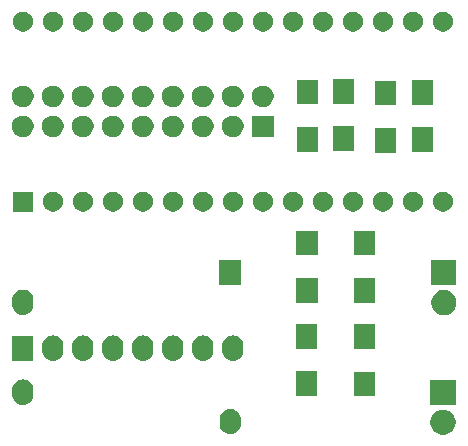
<source format=gbs>
G04 #@! TF.GenerationSoftware,KiCad,Pcbnew,(5.1.5)-3*
G04 #@! TF.CreationDate,2020-04-26T13:49:39+03:00*
G04 #@! TF.ProjectId,livecam,6c697665-6361-46d2-9e6b-696361645f70,rev?*
G04 #@! TF.SameCoordinates,Original*
G04 #@! TF.FileFunction,Soldermask,Bot*
G04 #@! TF.FilePolarity,Negative*
%FSLAX46Y46*%
G04 Gerber Fmt 4.6, Leading zero omitted, Abs format (unit mm)*
G04 Created by KiCad (PCBNEW (5.1.5)-3) date 2020-04-26 13:49:39*
%MOMM*%
%LPD*%
G04 APERTURE LIST*
%ADD10C,0.100000*%
G04 APERTURE END LIST*
D10*
G36*
X169561231Y-77344003D02*
G01*
X169704769Y-77403459D01*
X169755414Y-77424437D01*
X169930173Y-77541207D01*
X170078793Y-77689827D01*
X170163035Y-77815905D01*
X170195564Y-77864588D01*
X170275997Y-78058769D01*
X170317000Y-78264908D01*
X170317000Y-78475092D01*
X170275997Y-78681231D01*
X170216820Y-78824095D01*
X170195563Y-78875414D01*
X170078793Y-79050173D01*
X169930173Y-79198793D01*
X169755414Y-79315563D01*
X169755413Y-79315564D01*
X169755412Y-79315564D01*
X169561231Y-79395997D01*
X169355092Y-79437000D01*
X169144908Y-79437000D01*
X168938769Y-79395997D01*
X168744588Y-79315564D01*
X168744587Y-79315564D01*
X168744586Y-79315563D01*
X168569827Y-79198793D01*
X168421207Y-79050173D01*
X168304437Y-78875414D01*
X168283180Y-78824095D01*
X168224003Y-78681231D01*
X168183000Y-78475092D01*
X168183000Y-78264908D01*
X168224003Y-78058769D01*
X168304436Y-77864588D01*
X168336965Y-77815905D01*
X168421207Y-77689827D01*
X168569827Y-77541207D01*
X168744586Y-77424437D01*
X168795231Y-77403459D01*
X168938769Y-77344003D01*
X169144908Y-77303000D01*
X169355092Y-77303000D01*
X169561231Y-77344003D01*
G37*
G36*
X151429294Y-77266233D02*
G01*
X151601695Y-77318531D01*
X151760583Y-77403458D01*
X151899849Y-77517751D01*
X152014142Y-77657017D01*
X152099069Y-77815906D01*
X152151367Y-77988307D01*
X152164600Y-78122670D01*
X152164600Y-78517331D01*
X152151367Y-78651694D01*
X152099069Y-78824095D01*
X152014142Y-78982983D01*
X151899849Y-79122249D01*
X151760583Y-79236542D01*
X151601694Y-79321469D01*
X151429293Y-79373767D01*
X151250000Y-79391425D01*
X151070706Y-79373767D01*
X150898305Y-79321469D01*
X150739417Y-79236542D01*
X150600151Y-79122249D01*
X150485858Y-78982983D01*
X150400931Y-78824094D01*
X150348633Y-78651693D01*
X150335400Y-78517330D01*
X150335400Y-78122669D01*
X150348633Y-77988306D01*
X150400931Y-77815905D01*
X150485858Y-77657018D01*
X150600152Y-77517751D01*
X150739418Y-77403458D01*
X150898306Y-77318531D01*
X151070707Y-77266233D01*
X151250000Y-77248575D01*
X151429294Y-77266233D01*
G37*
G36*
X170317000Y-76897000D02*
G01*
X168183000Y-76897000D01*
X168183000Y-74763000D01*
X170317000Y-74763000D01*
X170317000Y-76897000D01*
G37*
G36*
X133829294Y-74766233D02*
G01*
X134001695Y-74818531D01*
X134160583Y-74903458D01*
X134299849Y-75017751D01*
X134414142Y-75157017D01*
X134499069Y-75315906D01*
X134551367Y-75488307D01*
X134564600Y-75622670D01*
X134564600Y-76017331D01*
X134551367Y-76151694D01*
X134499069Y-76324095D01*
X134414142Y-76482983D01*
X134299849Y-76622249D01*
X134160583Y-76736542D01*
X134001694Y-76821469D01*
X133829293Y-76873767D01*
X133650000Y-76891425D01*
X133470706Y-76873767D01*
X133298305Y-76821469D01*
X133139417Y-76736542D01*
X133000151Y-76622249D01*
X132885858Y-76482983D01*
X132800931Y-76324094D01*
X132748633Y-76151693D01*
X132735400Y-76017330D01*
X132735400Y-75622669D01*
X132748633Y-75488306D01*
X132800931Y-75315905D01*
X132885858Y-75157018D01*
X133000152Y-75017751D01*
X133139418Y-74903458D01*
X133298306Y-74818531D01*
X133470707Y-74766233D01*
X133650000Y-74748575D01*
X133829294Y-74766233D01*
G37*
G36*
X163511000Y-76191000D02*
G01*
X161709000Y-76191000D01*
X161709000Y-74089000D01*
X163511000Y-74089000D01*
X163511000Y-76191000D01*
G37*
G36*
X158611000Y-76171000D02*
G01*
X156809000Y-76171000D01*
X156809000Y-74069000D01*
X158611000Y-74069000D01*
X158611000Y-76171000D01*
G37*
G36*
X151619293Y-71046233D02*
G01*
X151791694Y-71098531D01*
X151950583Y-71183458D01*
X152089849Y-71297751D01*
X152204142Y-71437017D01*
X152289069Y-71595905D01*
X152341367Y-71768306D01*
X152354600Y-71902669D01*
X152354600Y-72297330D01*
X152341367Y-72431693D01*
X152289069Y-72604094D01*
X152204142Y-72762983D01*
X152089849Y-72902249D01*
X151950583Y-73016542D01*
X151791695Y-73101469D01*
X151619294Y-73153767D01*
X151440000Y-73171425D01*
X151260707Y-73153767D01*
X151088306Y-73101469D01*
X150929418Y-73016542D01*
X150790152Y-72902249D01*
X150675858Y-72762982D01*
X150590931Y-72604095D01*
X150538633Y-72431694D01*
X150525400Y-72297331D01*
X150525400Y-71902670D01*
X150538633Y-71768307D01*
X150590931Y-71595906D01*
X150675858Y-71437017D01*
X150790151Y-71297751D01*
X150929417Y-71183458D01*
X151088305Y-71098531D01*
X151260706Y-71046233D01*
X151440000Y-71028575D01*
X151619293Y-71046233D01*
G37*
G36*
X149079293Y-71046233D02*
G01*
X149251694Y-71098531D01*
X149410583Y-71183458D01*
X149549849Y-71297751D01*
X149664142Y-71437017D01*
X149749069Y-71595905D01*
X149801367Y-71768306D01*
X149814600Y-71902669D01*
X149814600Y-72297330D01*
X149801367Y-72431693D01*
X149749069Y-72604094D01*
X149664142Y-72762983D01*
X149549849Y-72902249D01*
X149410583Y-73016542D01*
X149251695Y-73101469D01*
X149079294Y-73153767D01*
X148900000Y-73171425D01*
X148720707Y-73153767D01*
X148548306Y-73101469D01*
X148389418Y-73016542D01*
X148250152Y-72902249D01*
X148135858Y-72762982D01*
X148050931Y-72604095D01*
X147998633Y-72431694D01*
X147985400Y-72297331D01*
X147985400Y-71902670D01*
X147998633Y-71768307D01*
X148050931Y-71595906D01*
X148135858Y-71437017D01*
X148250151Y-71297751D01*
X148389417Y-71183458D01*
X148548305Y-71098531D01*
X148720706Y-71046233D01*
X148900000Y-71028575D01*
X149079293Y-71046233D01*
G37*
G36*
X146539293Y-71046233D02*
G01*
X146711694Y-71098531D01*
X146870583Y-71183458D01*
X147009849Y-71297751D01*
X147124142Y-71437017D01*
X147209069Y-71595905D01*
X147261367Y-71768306D01*
X147274600Y-71902669D01*
X147274600Y-72297330D01*
X147261367Y-72431693D01*
X147209069Y-72604094D01*
X147124142Y-72762983D01*
X147009849Y-72902249D01*
X146870583Y-73016542D01*
X146711695Y-73101469D01*
X146539294Y-73153767D01*
X146360000Y-73171425D01*
X146180707Y-73153767D01*
X146008306Y-73101469D01*
X145849418Y-73016542D01*
X145710152Y-72902249D01*
X145595858Y-72762982D01*
X145510931Y-72604095D01*
X145458633Y-72431694D01*
X145445400Y-72297331D01*
X145445400Y-71902670D01*
X145458633Y-71768307D01*
X145510931Y-71595906D01*
X145595858Y-71437017D01*
X145710151Y-71297751D01*
X145849417Y-71183458D01*
X146008305Y-71098531D01*
X146180706Y-71046233D01*
X146360000Y-71028575D01*
X146539293Y-71046233D01*
G37*
G36*
X143999293Y-71046233D02*
G01*
X144171694Y-71098531D01*
X144330583Y-71183458D01*
X144469849Y-71297751D01*
X144584142Y-71437017D01*
X144669069Y-71595905D01*
X144721367Y-71768306D01*
X144734600Y-71902669D01*
X144734600Y-72297330D01*
X144721367Y-72431693D01*
X144669069Y-72604094D01*
X144584142Y-72762983D01*
X144469849Y-72902249D01*
X144330583Y-73016542D01*
X144171695Y-73101469D01*
X143999294Y-73153767D01*
X143820000Y-73171425D01*
X143640707Y-73153767D01*
X143468306Y-73101469D01*
X143309418Y-73016542D01*
X143170152Y-72902249D01*
X143055858Y-72762982D01*
X142970931Y-72604095D01*
X142918633Y-72431694D01*
X142905400Y-72297331D01*
X142905400Y-71902670D01*
X142918633Y-71768307D01*
X142970931Y-71595906D01*
X143055858Y-71437017D01*
X143170151Y-71297751D01*
X143309417Y-71183458D01*
X143468305Y-71098531D01*
X143640706Y-71046233D01*
X143820000Y-71028575D01*
X143999293Y-71046233D01*
G37*
G36*
X141459293Y-71046233D02*
G01*
X141631694Y-71098531D01*
X141790583Y-71183458D01*
X141929849Y-71297751D01*
X142044142Y-71437017D01*
X142129069Y-71595905D01*
X142181367Y-71768306D01*
X142194600Y-71902669D01*
X142194600Y-72297330D01*
X142181367Y-72431693D01*
X142129069Y-72604094D01*
X142044142Y-72762983D01*
X141929849Y-72902249D01*
X141790583Y-73016542D01*
X141631695Y-73101469D01*
X141459294Y-73153767D01*
X141280000Y-73171425D01*
X141100707Y-73153767D01*
X140928306Y-73101469D01*
X140769418Y-73016542D01*
X140630152Y-72902249D01*
X140515858Y-72762982D01*
X140430931Y-72604095D01*
X140378633Y-72431694D01*
X140365400Y-72297331D01*
X140365400Y-71902670D01*
X140378633Y-71768307D01*
X140430931Y-71595906D01*
X140515858Y-71437017D01*
X140630151Y-71297751D01*
X140769417Y-71183458D01*
X140928305Y-71098531D01*
X141100706Y-71046233D01*
X141280000Y-71028575D01*
X141459293Y-71046233D01*
G37*
G36*
X138919293Y-71046233D02*
G01*
X139091694Y-71098531D01*
X139250583Y-71183458D01*
X139389849Y-71297751D01*
X139504142Y-71437017D01*
X139589069Y-71595905D01*
X139641367Y-71768306D01*
X139654600Y-71902669D01*
X139654600Y-72297330D01*
X139641367Y-72431693D01*
X139589069Y-72604094D01*
X139504142Y-72762983D01*
X139389849Y-72902249D01*
X139250583Y-73016542D01*
X139091695Y-73101469D01*
X138919294Y-73153767D01*
X138740000Y-73171425D01*
X138560707Y-73153767D01*
X138388306Y-73101469D01*
X138229418Y-73016542D01*
X138090152Y-72902249D01*
X137975858Y-72762982D01*
X137890931Y-72604095D01*
X137838633Y-72431694D01*
X137825400Y-72297331D01*
X137825400Y-71902670D01*
X137838633Y-71768307D01*
X137890931Y-71595906D01*
X137975858Y-71437017D01*
X138090151Y-71297751D01*
X138229417Y-71183458D01*
X138388305Y-71098531D01*
X138560706Y-71046233D01*
X138740000Y-71028575D01*
X138919293Y-71046233D01*
G37*
G36*
X136379293Y-71046233D02*
G01*
X136551694Y-71098531D01*
X136710583Y-71183458D01*
X136849849Y-71297751D01*
X136964142Y-71437017D01*
X137049069Y-71595905D01*
X137101367Y-71768306D01*
X137114600Y-71902669D01*
X137114600Y-72297330D01*
X137101367Y-72431693D01*
X137049069Y-72604094D01*
X136964142Y-72762983D01*
X136849849Y-72902249D01*
X136710583Y-73016542D01*
X136551695Y-73101469D01*
X136379294Y-73153767D01*
X136200000Y-73171425D01*
X136020707Y-73153767D01*
X135848306Y-73101469D01*
X135689418Y-73016542D01*
X135550152Y-72902249D01*
X135435858Y-72762982D01*
X135350931Y-72604095D01*
X135298633Y-72431694D01*
X135285400Y-72297331D01*
X135285400Y-71902670D01*
X135298633Y-71768307D01*
X135350931Y-71595906D01*
X135435858Y-71437017D01*
X135550151Y-71297751D01*
X135689417Y-71183458D01*
X135848305Y-71098531D01*
X136020706Y-71046233D01*
X136200000Y-71028575D01*
X136379293Y-71046233D01*
G37*
G36*
X134574600Y-73167000D02*
G01*
X132745400Y-73167000D01*
X132745400Y-71033000D01*
X134574600Y-71033000D01*
X134574600Y-73167000D01*
G37*
G36*
X163511000Y-72191000D02*
G01*
X161709000Y-72191000D01*
X161709000Y-70089000D01*
X163511000Y-70089000D01*
X163511000Y-72191000D01*
G37*
G36*
X158611000Y-72171000D02*
G01*
X156809000Y-72171000D01*
X156809000Y-70069000D01*
X158611000Y-70069000D01*
X158611000Y-72171000D01*
G37*
G36*
X169621231Y-67214003D02*
G01*
X169815412Y-67294436D01*
X169815414Y-67294437D01*
X169990173Y-67411207D01*
X170138793Y-67559827D01*
X170243081Y-67715906D01*
X170255564Y-67734588D01*
X170335997Y-67928769D01*
X170377000Y-68134908D01*
X170377000Y-68345092D01*
X170335997Y-68551231D01*
X170335805Y-68551694D01*
X170255563Y-68745414D01*
X170138793Y-68920173D01*
X169990173Y-69068793D01*
X169815414Y-69185563D01*
X169815413Y-69185564D01*
X169815412Y-69185564D01*
X169621231Y-69265997D01*
X169415092Y-69307000D01*
X169204908Y-69307000D01*
X168998769Y-69265997D01*
X168804588Y-69185564D01*
X168804587Y-69185564D01*
X168804586Y-69185563D01*
X168629827Y-69068793D01*
X168481207Y-68920173D01*
X168364437Y-68745414D01*
X168284195Y-68551694D01*
X168284003Y-68551231D01*
X168243000Y-68345092D01*
X168243000Y-68134908D01*
X168284003Y-67928769D01*
X168364436Y-67734588D01*
X168376919Y-67715906D01*
X168481207Y-67559827D01*
X168629827Y-67411207D01*
X168804586Y-67294437D01*
X168804588Y-67294436D01*
X168998769Y-67214003D01*
X169204908Y-67173000D01*
X169415092Y-67173000D01*
X169621231Y-67214003D01*
G37*
G36*
X133829294Y-67166233D02*
G01*
X134001695Y-67218531D01*
X134160583Y-67303458D01*
X134299849Y-67417751D01*
X134414142Y-67557017D01*
X134499069Y-67715906D01*
X134551367Y-67888307D01*
X134564600Y-68022670D01*
X134564600Y-68417331D01*
X134551367Y-68551694D01*
X134499069Y-68724095D01*
X134414142Y-68882983D01*
X134299849Y-69022249D01*
X134160583Y-69136542D01*
X134001694Y-69221469D01*
X133829293Y-69273767D01*
X133650000Y-69291425D01*
X133470706Y-69273767D01*
X133298305Y-69221469D01*
X133139417Y-69136542D01*
X133000151Y-69022249D01*
X132885858Y-68882983D01*
X132800931Y-68724094D01*
X132748633Y-68551693D01*
X132735400Y-68417330D01*
X132735400Y-68022669D01*
X132748633Y-67888306D01*
X132800931Y-67715905D01*
X132885858Y-67557018D01*
X133000152Y-67417751D01*
X133139418Y-67303458D01*
X133298306Y-67218531D01*
X133470707Y-67166233D01*
X133650000Y-67148575D01*
X133829294Y-67166233D01*
G37*
G36*
X158631000Y-68251000D02*
G01*
X156829000Y-68251000D01*
X156829000Y-66149000D01*
X158631000Y-66149000D01*
X158631000Y-68251000D01*
G37*
G36*
X163511000Y-68251000D02*
G01*
X161709000Y-68251000D01*
X161709000Y-66149000D01*
X163511000Y-66149000D01*
X163511000Y-68251000D01*
G37*
G36*
X152124600Y-66787000D02*
G01*
X150295400Y-66787000D01*
X150295400Y-64653000D01*
X152124600Y-64653000D01*
X152124600Y-66787000D01*
G37*
G36*
X170377000Y-66767000D02*
G01*
X168243000Y-66767000D01*
X168243000Y-64633000D01*
X170377000Y-64633000D01*
X170377000Y-66767000D01*
G37*
G36*
X158631000Y-64251000D02*
G01*
X156829000Y-64251000D01*
X156829000Y-62149000D01*
X158631000Y-62149000D01*
X158631000Y-64251000D01*
G37*
G36*
X163511000Y-64251000D02*
G01*
X161709000Y-64251000D01*
X161709000Y-62149000D01*
X163511000Y-62149000D01*
X163511000Y-64251000D01*
G37*
G36*
X149168228Y-58871703D02*
G01*
X149323100Y-58935853D01*
X149462481Y-59028985D01*
X149581015Y-59147519D01*
X149674147Y-59286900D01*
X149738297Y-59441772D01*
X149771000Y-59606184D01*
X149771000Y-59773816D01*
X149738297Y-59938228D01*
X149674147Y-60093100D01*
X149581015Y-60232481D01*
X149462481Y-60351015D01*
X149323100Y-60444147D01*
X149168228Y-60508297D01*
X149003816Y-60541000D01*
X148836184Y-60541000D01*
X148671772Y-60508297D01*
X148516900Y-60444147D01*
X148377519Y-60351015D01*
X148258985Y-60232481D01*
X148165853Y-60093100D01*
X148101703Y-59938228D01*
X148069000Y-59773816D01*
X148069000Y-59606184D01*
X148101703Y-59441772D01*
X148165853Y-59286900D01*
X148258985Y-59147519D01*
X148377519Y-59028985D01*
X148516900Y-58935853D01*
X148671772Y-58871703D01*
X148836184Y-58839000D01*
X149003816Y-58839000D01*
X149168228Y-58871703D01*
G37*
G36*
X164408228Y-58871703D02*
G01*
X164563100Y-58935853D01*
X164702481Y-59028985D01*
X164821015Y-59147519D01*
X164914147Y-59286900D01*
X164978297Y-59441772D01*
X165011000Y-59606184D01*
X165011000Y-59773816D01*
X164978297Y-59938228D01*
X164914147Y-60093100D01*
X164821015Y-60232481D01*
X164702481Y-60351015D01*
X164563100Y-60444147D01*
X164408228Y-60508297D01*
X164243816Y-60541000D01*
X164076184Y-60541000D01*
X163911772Y-60508297D01*
X163756900Y-60444147D01*
X163617519Y-60351015D01*
X163498985Y-60232481D01*
X163405853Y-60093100D01*
X163341703Y-59938228D01*
X163309000Y-59773816D01*
X163309000Y-59606184D01*
X163341703Y-59441772D01*
X163405853Y-59286900D01*
X163498985Y-59147519D01*
X163617519Y-59028985D01*
X163756900Y-58935853D01*
X163911772Y-58871703D01*
X164076184Y-58839000D01*
X164243816Y-58839000D01*
X164408228Y-58871703D01*
G37*
G36*
X161868228Y-58871703D02*
G01*
X162023100Y-58935853D01*
X162162481Y-59028985D01*
X162281015Y-59147519D01*
X162374147Y-59286900D01*
X162438297Y-59441772D01*
X162471000Y-59606184D01*
X162471000Y-59773816D01*
X162438297Y-59938228D01*
X162374147Y-60093100D01*
X162281015Y-60232481D01*
X162162481Y-60351015D01*
X162023100Y-60444147D01*
X161868228Y-60508297D01*
X161703816Y-60541000D01*
X161536184Y-60541000D01*
X161371772Y-60508297D01*
X161216900Y-60444147D01*
X161077519Y-60351015D01*
X160958985Y-60232481D01*
X160865853Y-60093100D01*
X160801703Y-59938228D01*
X160769000Y-59773816D01*
X160769000Y-59606184D01*
X160801703Y-59441772D01*
X160865853Y-59286900D01*
X160958985Y-59147519D01*
X161077519Y-59028985D01*
X161216900Y-58935853D01*
X161371772Y-58871703D01*
X161536184Y-58839000D01*
X161703816Y-58839000D01*
X161868228Y-58871703D01*
G37*
G36*
X166948228Y-58871703D02*
G01*
X167103100Y-58935853D01*
X167242481Y-59028985D01*
X167361015Y-59147519D01*
X167454147Y-59286900D01*
X167518297Y-59441772D01*
X167551000Y-59606184D01*
X167551000Y-59773816D01*
X167518297Y-59938228D01*
X167454147Y-60093100D01*
X167361015Y-60232481D01*
X167242481Y-60351015D01*
X167103100Y-60444147D01*
X166948228Y-60508297D01*
X166783816Y-60541000D01*
X166616184Y-60541000D01*
X166451772Y-60508297D01*
X166296900Y-60444147D01*
X166157519Y-60351015D01*
X166038985Y-60232481D01*
X165945853Y-60093100D01*
X165881703Y-59938228D01*
X165849000Y-59773816D01*
X165849000Y-59606184D01*
X165881703Y-59441772D01*
X165945853Y-59286900D01*
X166038985Y-59147519D01*
X166157519Y-59028985D01*
X166296900Y-58935853D01*
X166451772Y-58871703D01*
X166616184Y-58839000D01*
X166783816Y-58839000D01*
X166948228Y-58871703D01*
G37*
G36*
X159328228Y-58871703D02*
G01*
X159483100Y-58935853D01*
X159622481Y-59028985D01*
X159741015Y-59147519D01*
X159834147Y-59286900D01*
X159898297Y-59441772D01*
X159931000Y-59606184D01*
X159931000Y-59773816D01*
X159898297Y-59938228D01*
X159834147Y-60093100D01*
X159741015Y-60232481D01*
X159622481Y-60351015D01*
X159483100Y-60444147D01*
X159328228Y-60508297D01*
X159163816Y-60541000D01*
X158996184Y-60541000D01*
X158831772Y-60508297D01*
X158676900Y-60444147D01*
X158537519Y-60351015D01*
X158418985Y-60232481D01*
X158325853Y-60093100D01*
X158261703Y-59938228D01*
X158229000Y-59773816D01*
X158229000Y-59606184D01*
X158261703Y-59441772D01*
X158325853Y-59286900D01*
X158418985Y-59147519D01*
X158537519Y-59028985D01*
X158676900Y-58935853D01*
X158831772Y-58871703D01*
X158996184Y-58839000D01*
X159163816Y-58839000D01*
X159328228Y-58871703D01*
G37*
G36*
X169488228Y-58871703D02*
G01*
X169643100Y-58935853D01*
X169782481Y-59028985D01*
X169901015Y-59147519D01*
X169994147Y-59286900D01*
X170058297Y-59441772D01*
X170091000Y-59606184D01*
X170091000Y-59773816D01*
X170058297Y-59938228D01*
X169994147Y-60093100D01*
X169901015Y-60232481D01*
X169782481Y-60351015D01*
X169643100Y-60444147D01*
X169488228Y-60508297D01*
X169323816Y-60541000D01*
X169156184Y-60541000D01*
X168991772Y-60508297D01*
X168836900Y-60444147D01*
X168697519Y-60351015D01*
X168578985Y-60232481D01*
X168485853Y-60093100D01*
X168421703Y-59938228D01*
X168389000Y-59773816D01*
X168389000Y-59606184D01*
X168421703Y-59441772D01*
X168485853Y-59286900D01*
X168578985Y-59147519D01*
X168697519Y-59028985D01*
X168836900Y-58935853D01*
X168991772Y-58871703D01*
X169156184Y-58839000D01*
X169323816Y-58839000D01*
X169488228Y-58871703D01*
G37*
G36*
X156788228Y-58871703D02*
G01*
X156943100Y-58935853D01*
X157082481Y-59028985D01*
X157201015Y-59147519D01*
X157294147Y-59286900D01*
X157358297Y-59441772D01*
X157391000Y-59606184D01*
X157391000Y-59773816D01*
X157358297Y-59938228D01*
X157294147Y-60093100D01*
X157201015Y-60232481D01*
X157082481Y-60351015D01*
X156943100Y-60444147D01*
X156788228Y-60508297D01*
X156623816Y-60541000D01*
X156456184Y-60541000D01*
X156291772Y-60508297D01*
X156136900Y-60444147D01*
X155997519Y-60351015D01*
X155878985Y-60232481D01*
X155785853Y-60093100D01*
X155721703Y-59938228D01*
X155689000Y-59773816D01*
X155689000Y-59606184D01*
X155721703Y-59441772D01*
X155785853Y-59286900D01*
X155878985Y-59147519D01*
X155997519Y-59028985D01*
X156136900Y-58935853D01*
X156291772Y-58871703D01*
X156456184Y-58839000D01*
X156623816Y-58839000D01*
X156788228Y-58871703D01*
G37*
G36*
X151708228Y-58871703D02*
G01*
X151863100Y-58935853D01*
X152002481Y-59028985D01*
X152121015Y-59147519D01*
X152214147Y-59286900D01*
X152278297Y-59441772D01*
X152311000Y-59606184D01*
X152311000Y-59773816D01*
X152278297Y-59938228D01*
X152214147Y-60093100D01*
X152121015Y-60232481D01*
X152002481Y-60351015D01*
X151863100Y-60444147D01*
X151708228Y-60508297D01*
X151543816Y-60541000D01*
X151376184Y-60541000D01*
X151211772Y-60508297D01*
X151056900Y-60444147D01*
X150917519Y-60351015D01*
X150798985Y-60232481D01*
X150705853Y-60093100D01*
X150641703Y-59938228D01*
X150609000Y-59773816D01*
X150609000Y-59606184D01*
X150641703Y-59441772D01*
X150705853Y-59286900D01*
X150798985Y-59147519D01*
X150917519Y-59028985D01*
X151056900Y-58935853D01*
X151211772Y-58871703D01*
X151376184Y-58839000D01*
X151543816Y-58839000D01*
X151708228Y-58871703D01*
G37*
G36*
X146628228Y-58871703D02*
G01*
X146783100Y-58935853D01*
X146922481Y-59028985D01*
X147041015Y-59147519D01*
X147134147Y-59286900D01*
X147198297Y-59441772D01*
X147231000Y-59606184D01*
X147231000Y-59773816D01*
X147198297Y-59938228D01*
X147134147Y-60093100D01*
X147041015Y-60232481D01*
X146922481Y-60351015D01*
X146783100Y-60444147D01*
X146628228Y-60508297D01*
X146463816Y-60541000D01*
X146296184Y-60541000D01*
X146131772Y-60508297D01*
X145976900Y-60444147D01*
X145837519Y-60351015D01*
X145718985Y-60232481D01*
X145625853Y-60093100D01*
X145561703Y-59938228D01*
X145529000Y-59773816D01*
X145529000Y-59606184D01*
X145561703Y-59441772D01*
X145625853Y-59286900D01*
X145718985Y-59147519D01*
X145837519Y-59028985D01*
X145976900Y-58935853D01*
X146131772Y-58871703D01*
X146296184Y-58839000D01*
X146463816Y-58839000D01*
X146628228Y-58871703D01*
G37*
G36*
X144088228Y-58871703D02*
G01*
X144243100Y-58935853D01*
X144382481Y-59028985D01*
X144501015Y-59147519D01*
X144594147Y-59286900D01*
X144658297Y-59441772D01*
X144691000Y-59606184D01*
X144691000Y-59773816D01*
X144658297Y-59938228D01*
X144594147Y-60093100D01*
X144501015Y-60232481D01*
X144382481Y-60351015D01*
X144243100Y-60444147D01*
X144088228Y-60508297D01*
X143923816Y-60541000D01*
X143756184Y-60541000D01*
X143591772Y-60508297D01*
X143436900Y-60444147D01*
X143297519Y-60351015D01*
X143178985Y-60232481D01*
X143085853Y-60093100D01*
X143021703Y-59938228D01*
X142989000Y-59773816D01*
X142989000Y-59606184D01*
X143021703Y-59441772D01*
X143085853Y-59286900D01*
X143178985Y-59147519D01*
X143297519Y-59028985D01*
X143436900Y-58935853D01*
X143591772Y-58871703D01*
X143756184Y-58839000D01*
X143923816Y-58839000D01*
X144088228Y-58871703D01*
G37*
G36*
X141548228Y-58871703D02*
G01*
X141703100Y-58935853D01*
X141842481Y-59028985D01*
X141961015Y-59147519D01*
X142054147Y-59286900D01*
X142118297Y-59441772D01*
X142151000Y-59606184D01*
X142151000Y-59773816D01*
X142118297Y-59938228D01*
X142054147Y-60093100D01*
X141961015Y-60232481D01*
X141842481Y-60351015D01*
X141703100Y-60444147D01*
X141548228Y-60508297D01*
X141383816Y-60541000D01*
X141216184Y-60541000D01*
X141051772Y-60508297D01*
X140896900Y-60444147D01*
X140757519Y-60351015D01*
X140638985Y-60232481D01*
X140545853Y-60093100D01*
X140481703Y-59938228D01*
X140449000Y-59773816D01*
X140449000Y-59606184D01*
X140481703Y-59441772D01*
X140545853Y-59286900D01*
X140638985Y-59147519D01*
X140757519Y-59028985D01*
X140896900Y-58935853D01*
X141051772Y-58871703D01*
X141216184Y-58839000D01*
X141383816Y-58839000D01*
X141548228Y-58871703D01*
G37*
G36*
X139008228Y-58871703D02*
G01*
X139163100Y-58935853D01*
X139302481Y-59028985D01*
X139421015Y-59147519D01*
X139514147Y-59286900D01*
X139578297Y-59441772D01*
X139611000Y-59606184D01*
X139611000Y-59773816D01*
X139578297Y-59938228D01*
X139514147Y-60093100D01*
X139421015Y-60232481D01*
X139302481Y-60351015D01*
X139163100Y-60444147D01*
X139008228Y-60508297D01*
X138843816Y-60541000D01*
X138676184Y-60541000D01*
X138511772Y-60508297D01*
X138356900Y-60444147D01*
X138217519Y-60351015D01*
X138098985Y-60232481D01*
X138005853Y-60093100D01*
X137941703Y-59938228D01*
X137909000Y-59773816D01*
X137909000Y-59606184D01*
X137941703Y-59441772D01*
X138005853Y-59286900D01*
X138098985Y-59147519D01*
X138217519Y-59028985D01*
X138356900Y-58935853D01*
X138511772Y-58871703D01*
X138676184Y-58839000D01*
X138843816Y-58839000D01*
X139008228Y-58871703D01*
G37*
G36*
X134531000Y-60541000D02*
G01*
X132829000Y-60541000D01*
X132829000Y-58839000D01*
X134531000Y-58839000D01*
X134531000Y-60541000D01*
G37*
G36*
X136468228Y-58871703D02*
G01*
X136623100Y-58935853D01*
X136762481Y-59028985D01*
X136881015Y-59147519D01*
X136974147Y-59286900D01*
X137038297Y-59441772D01*
X137071000Y-59606184D01*
X137071000Y-59773816D01*
X137038297Y-59938228D01*
X136974147Y-60093100D01*
X136881015Y-60232481D01*
X136762481Y-60351015D01*
X136623100Y-60444147D01*
X136468228Y-60508297D01*
X136303816Y-60541000D01*
X136136184Y-60541000D01*
X135971772Y-60508297D01*
X135816900Y-60444147D01*
X135677519Y-60351015D01*
X135558985Y-60232481D01*
X135465853Y-60093100D01*
X135401703Y-59938228D01*
X135369000Y-59773816D01*
X135369000Y-59606184D01*
X135401703Y-59441772D01*
X135465853Y-59286900D01*
X135558985Y-59147519D01*
X135677519Y-59028985D01*
X135816900Y-58935853D01*
X135971772Y-58871703D01*
X136136184Y-58839000D01*
X136303816Y-58839000D01*
X136468228Y-58871703D01*
G37*
G36*
X154248228Y-58871703D02*
G01*
X154403100Y-58935853D01*
X154542481Y-59028985D01*
X154661015Y-59147519D01*
X154754147Y-59286900D01*
X154818297Y-59441772D01*
X154851000Y-59606184D01*
X154851000Y-59773816D01*
X154818297Y-59938228D01*
X154754147Y-60093100D01*
X154661015Y-60232481D01*
X154542481Y-60351015D01*
X154403100Y-60444147D01*
X154248228Y-60508297D01*
X154083816Y-60541000D01*
X153916184Y-60541000D01*
X153751772Y-60508297D01*
X153596900Y-60444147D01*
X153457519Y-60351015D01*
X153338985Y-60232481D01*
X153245853Y-60093100D01*
X153181703Y-59938228D01*
X153149000Y-59773816D01*
X153149000Y-59606184D01*
X153181703Y-59441772D01*
X153245853Y-59286900D01*
X153338985Y-59147519D01*
X153457519Y-59028985D01*
X153596900Y-58935853D01*
X153751772Y-58871703D01*
X153916184Y-58839000D01*
X154083816Y-58839000D01*
X154248228Y-58871703D01*
G37*
G36*
X165311000Y-55551000D02*
G01*
X163509000Y-55551000D01*
X163509000Y-53449000D01*
X165311000Y-53449000D01*
X165311000Y-55551000D01*
G37*
G36*
X168441000Y-55501000D02*
G01*
X166639000Y-55501000D01*
X166639000Y-53399000D01*
X168441000Y-53399000D01*
X168441000Y-55501000D01*
G37*
G36*
X158671000Y-55471000D02*
G01*
X156869000Y-55471000D01*
X156869000Y-53369000D01*
X158671000Y-53369000D01*
X158671000Y-55471000D01*
G37*
G36*
X161741000Y-55391000D02*
G01*
X159939000Y-55391000D01*
X159939000Y-53289000D01*
X161741000Y-53289000D01*
X161741000Y-55391000D01*
G37*
G36*
X154904600Y-54234600D02*
G01*
X153075400Y-54234600D01*
X153075400Y-52405400D01*
X154904600Y-52405400D01*
X154904600Y-54234600D01*
G37*
G36*
X133936778Y-52440547D02*
G01*
X134103224Y-52509491D01*
X134253022Y-52609583D01*
X134380417Y-52736978D01*
X134480509Y-52886776D01*
X134549453Y-53053222D01*
X134584600Y-53229918D01*
X134584600Y-53410082D01*
X134549453Y-53586778D01*
X134480509Y-53753224D01*
X134380417Y-53903022D01*
X134253022Y-54030417D01*
X134103224Y-54130509D01*
X133936778Y-54199453D01*
X133760082Y-54234600D01*
X133579918Y-54234600D01*
X133403222Y-54199453D01*
X133236776Y-54130509D01*
X133086978Y-54030417D01*
X132959583Y-53903022D01*
X132859491Y-53753224D01*
X132790547Y-53586778D01*
X132755400Y-53410082D01*
X132755400Y-53229918D01*
X132790547Y-53053222D01*
X132859491Y-52886776D01*
X132959583Y-52736978D01*
X133086978Y-52609583D01*
X133236776Y-52509491D01*
X133403222Y-52440547D01*
X133579918Y-52405400D01*
X133760082Y-52405400D01*
X133936778Y-52440547D01*
G37*
G36*
X136476778Y-52440547D02*
G01*
X136643224Y-52509491D01*
X136793022Y-52609583D01*
X136920417Y-52736978D01*
X137020509Y-52886776D01*
X137089453Y-53053222D01*
X137124600Y-53229918D01*
X137124600Y-53410082D01*
X137089453Y-53586778D01*
X137020509Y-53753224D01*
X136920417Y-53903022D01*
X136793022Y-54030417D01*
X136643224Y-54130509D01*
X136476778Y-54199453D01*
X136300082Y-54234600D01*
X136119918Y-54234600D01*
X135943222Y-54199453D01*
X135776776Y-54130509D01*
X135626978Y-54030417D01*
X135499583Y-53903022D01*
X135399491Y-53753224D01*
X135330547Y-53586778D01*
X135295400Y-53410082D01*
X135295400Y-53229918D01*
X135330547Y-53053222D01*
X135399491Y-52886776D01*
X135499583Y-52736978D01*
X135626978Y-52609583D01*
X135776776Y-52509491D01*
X135943222Y-52440547D01*
X136119918Y-52405400D01*
X136300082Y-52405400D01*
X136476778Y-52440547D01*
G37*
G36*
X139016778Y-52440547D02*
G01*
X139183224Y-52509491D01*
X139333022Y-52609583D01*
X139460417Y-52736978D01*
X139560509Y-52886776D01*
X139629453Y-53053222D01*
X139664600Y-53229918D01*
X139664600Y-53410082D01*
X139629453Y-53586778D01*
X139560509Y-53753224D01*
X139460417Y-53903022D01*
X139333022Y-54030417D01*
X139183224Y-54130509D01*
X139016778Y-54199453D01*
X138840082Y-54234600D01*
X138659918Y-54234600D01*
X138483222Y-54199453D01*
X138316776Y-54130509D01*
X138166978Y-54030417D01*
X138039583Y-53903022D01*
X137939491Y-53753224D01*
X137870547Y-53586778D01*
X137835400Y-53410082D01*
X137835400Y-53229918D01*
X137870547Y-53053222D01*
X137939491Y-52886776D01*
X138039583Y-52736978D01*
X138166978Y-52609583D01*
X138316776Y-52509491D01*
X138483222Y-52440547D01*
X138659918Y-52405400D01*
X138840082Y-52405400D01*
X139016778Y-52440547D01*
G37*
G36*
X141556778Y-52440547D02*
G01*
X141723224Y-52509491D01*
X141873022Y-52609583D01*
X142000417Y-52736978D01*
X142100509Y-52886776D01*
X142169453Y-53053222D01*
X142204600Y-53229918D01*
X142204600Y-53410082D01*
X142169453Y-53586778D01*
X142100509Y-53753224D01*
X142000417Y-53903022D01*
X141873022Y-54030417D01*
X141723224Y-54130509D01*
X141556778Y-54199453D01*
X141380082Y-54234600D01*
X141199918Y-54234600D01*
X141023222Y-54199453D01*
X140856776Y-54130509D01*
X140706978Y-54030417D01*
X140579583Y-53903022D01*
X140479491Y-53753224D01*
X140410547Y-53586778D01*
X140375400Y-53410082D01*
X140375400Y-53229918D01*
X140410547Y-53053222D01*
X140479491Y-52886776D01*
X140579583Y-52736978D01*
X140706978Y-52609583D01*
X140856776Y-52509491D01*
X141023222Y-52440547D01*
X141199918Y-52405400D01*
X141380082Y-52405400D01*
X141556778Y-52440547D01*
G37*
G36*
X144096778Y-52440547D02*
G01*
X144263224Y-52509491D01*
X144413022Y-52609583D01*
X144540417Y-52736978D01*
X144640509Y-52886776D01*
X144709453Y-53053222D01*
X144744600Y-53229918D01*
X144744600Y-53410082D01*
X144709453Y-53586778D01*
X144640509Y-53753224D01*
X144540417Y-53903022D01*
X144413022Y-54030417D01*
X144263224Y-54130509D01*
X144096778Y-54199453D01*
X143920082Y-54234600D01*
X143739918Y-54234600D01*
X143563222Y-54199453D01*
X143396776Y-54130509D01*
X143246978Y-54030417D01*
X143119583Y-53903022D01*
X143019491Y-53753224D01*
X142950547Y-53586778D01*
X142915400Y-53410082D01*
X142915400Y-53229918D01*
X142950547Y-53053222D01*
X143019491Y-52886776D01*
X143119583Y-52736978D01*
X143246978Y-52609583D01*
X143396776Y-52509491D01*
X143563222Y-52440547D01*
X143739918Y-52405400D01*
X143920082Y-52405400D01*
X144096778Y-52440547D01*
G37*
G36*
X146636778Y-52440547D02*
G01*
X146803224Y-52509491D01*
X146953022Y-52609583D01*
X147080417Y-52736978D01*
X147180509Y-52886776D01*
X147249453Y-53053222D01*
X147284600Y-53229918D01*
X147284600Y-53410082D01*
X147249453Y-53586778D01*
X147180509Y-53753224D01*
X147080417Y-53903022D01*
X146953022Y-54030417D01*
X146803224Y-54130509D01*
X146636778Y-54199453D01*
X146460082Y-54234600D01*
X146279918Y-54234600D01*
X146103222Y-54199453D01*
X145936776Y-54130509D01*
X145786978Y-54030417D01*
X145659583Y-53903022D01*
X145559491Y-53753224D01*
X145490547Y-53586778D01*
X145455400Y-53410082D01*
X145455400Y-53229918D01*
X145490547Y-53053222D01*
X145559491Y-52886776D01*
X145659583Y-52736978D01*
X145786978Y-52609583D01*
X145936776Y-52509491D01*
X146103222Y-52440547D01*
X146279918Y-52405400D01*
X146460082Y-52405400D01*
X146636778Y-52440547D01*
G37*
G36*
X149176778Y-52440547D02*
G01*
X149343224Y-52509491D01*
X149493022Y-52609583D01*
X149620417Y-52736978D01*
X149720509Y-52886776D01*
X149789453Y-53053222D01*
X149824600Y-53229918D01*
X149824600Y-53410082D01*
X149789453Y-53586778D01*
X149720509Y-53753224D01*
X149620417Y-53903022D01*
X149493022Y-54030417D01*
X149343224Y-54130509D01*
X149176778Y-54199453D01*
X149000082Y-54234600D01*
X148819918Y-54234600D01*
X148643222Y-54199453D01*
X148476776Y-54130509D01*
X148326978Y-54030417D01*
X148199583Y-53903022D01*
X148099491Y-53753224D01*
X148030547Y-53586778D01*
X147995400Y-53410082D01*
X147995400Y-53229918D01*
X148030547Y-53053222D01*
X148099491Y-52886776D01*
X148199583Y-52736978D01*
X148326978Y-52609583D01*
X148476776Y-52509491D01*
X148643222Y-52440547D01*
X148819918Y-52405400D01*
X149000082Y-52405400D01*
X149176778Y-52440547D01*
G37*
G36*
X151716778Y-52440547D02*
G01*
X151883224Y-52509491D01*
X152033022Y-52609583D01*
X152160417Y-52736978D01*
X152260509Y-52886776D01*
X152329453Y-53053222D01*
X152364600Y-53229918D01*
X152364600Y-53410082D01*
X152329453Y-53586778D01*
X152260509Y-53753224D01*
X152160417Y-53903022D01*
X152033022Y-54030417D01*
X151883224Y-54130509D01*
X151716778Y-54199453D01*
X151540082Y-54234600D01*
X151359918Y-54234600D01*
X151183222Y-54199453D01*
X151016776Y-54130509D01*
X150866978Y-54030417D01*
X150739583Y-53903022D01*
X150639491Y-53753224D01*
X150570547Y-53586778D01*
X150535400Y-53410082D01*
X150535400Y-53229918D01*
X150570547Y-53053222D01*
X150639491Y-52886776D01*
X150739583Y-52736978D01*
X150866978Y-52609583D01*
X151016776Y-52509491D01*
X151183222Y-52440547D01*
X151359918Y-52405400D01*
X151540082Y-52405400D01*
X151716778Y-52440547D01*
G37*
G36*
X133936778Y-49900547D02*
G01*
X134103224Y-49969491D01*
X134253022Y-50069583D01*
X134380417Y-50196978D01*
X134480509Y-50346776D01*
X134549453Y-50513222D01*
X134584600Y-50689918D01*
X134584600Y-50870082D01*
X134549453Y-51046778D01*
X134480509Y-51213224D01*
X134380417Y-51363022D01*
X134253022Y-51490417D01*
X134103224Y-51590509D01*
X133936778Y-51659453D01*
X133760082Y-51694600D01*
X133579918Y-51694600D01*
X133403222Y-51659453D01*
X133236776Y-51590509D01*
X133086978Y-51490417D01*
X132959583Y-51363022D01*
X132859491Y-51213224D01*
X132790547Y-51046778D01*
X132755400Y-50870082D01*
X132755400Y-50689918D01*
X132790547Y-50513222D01*
X132859491Y-50346776D01*
X132959583Y-50196978D01*
X133086978Y-50069583D01*
X133236776Y-49969491D01*
X133403222Y-49900547D01*
X133579918Y-49865400D01*
X133760082Y-49865400D01*
X133936778Y-49900547D01*
G37*
G36*
X139016778Y-49900547D02*
G01*
X139183224Y-49969491D01*
X139333022Y-50069583D01*
X139460417Y-50196978D01*
X139560509Y-50346776D01*
X139629453Y-50513222D01*
X139664600Y-50689918D01*
X139664600Y-50870082D01*
X139629453Y-51046778D01*
X139560509Y-51213224D01*
X139460417Y-51363022D01*
X139333022Y-51490417D01*
X139183224Y-51590509D01*
X139016778Y-51659453D01*
X138840082Y-51694600D01*
X138659918Y-51694600D01*
X138483222Y-51659453D01*
X138316776Y-51590509D01*
X138166978Y-51490417D01*
X138039583Y-51363022D01*
X137939491Y-51213224D01*
X137870547Y-51046778D01*
X137835400Y-50870082D01*
X137835400Y-50689918D01*
X137870547Y-50513222D01*
X137939491Y-50346776D01*
X138039583Y-50196978D01*
X138166978Y-50069583D01*
X138316776Y-49969491D01*
X138483222Y-49900547D01*
X138659918Y-49865400D01*
X138840082Y-49865400D01*
X139016778Y-49900547D01*
G37*
G36*
X144096778Y-49900547D02*
G01*
X144263224Y-49969491D01*
X144413022Y-50069583D01*
X144540417Y-50196978D01*
X144640509Y-50346776D01*
X144709453Y-50513222D01*
X144744600Y-50689918D01*
X144744600Y-50870082D01*
X144709453Y-51046778D01*
X144640509Y-51213224D01*
X144540417Y-51363022D01*
X144413022Y-51490417D01*
X144263224Y-51590509D01*
X144096778Y-51659453D01*
X143920082Y-51694600D01*
X143739918Y-51694600D01*
X143563222Y-51659453D01*
X143396776Y-51590509D01*
X143246978Y-51490417D01*
X143119583Y-51363022D01*
X143019491Y-51213224D01*
X142950547Y-51046778D01*
X142915400Y-50870082D01*
X142915400Y-50689918D01*
X142950547Y-50513222D01*
X143019491Y-50346776D01*
X143119583Y-50196978D01*
X143246978Y-50069583D01*
X143396776Y-49969491D01*
X143563222Y-49900547D01*
X143739918Y-49865400D01*
X143920082Y-49865400D01*
X144096778Y-49900547D01*
G37*
G36*
X146636778Y-49900547D02*
G01*
X146803224Y-49969491D01*
X146953022Y-50069583D01*
X147080417Y-50196978D01*
X147180509Y-50346776D01*
X147249453Y-50513222D01*
X147284600Y-50689918D01*
X147284600Y-50870082D01*
X147249453Y-51046778D01*
X147180509Y-51213224D01*
X147080417Y-51363022D01*
X146953022Y-51490417D01*
X146803224Y-51590509D01*
X146636778Y-51659453D01*
X146460082Y-51694600D01*
X146279918Y-51694600D01*
X146103222Y-51659453D01*
X145936776Y-51590509D01*
X145786978Y-51490417D01*
X145659583Y-51363022D01*
X145559491Y-51213224D01*
X145490547Y-51046778D01*
X145455400Y-50870082D01*
X145455400Y-50689918D01*
X145490547Y-50513222D01*
X145559491Y-50346776D01*
X145659583Y-50196978D01*
X145786978Y-50069583D01*
X145936776Y-49969491D01*
X146103222Y-49900547D01*
X146279918Y-49865400D01*
X146460082Y-49865400D01*
X146636778Y-49900547D01*
G37*
G36*
X151716778Y-49900547D02*
G01*
X151883224Y-49969491D01*
X152033022Y-50069583D01*
X152160417Y-50196978D01*
X152260509Y-50346776D01*
X152329453Y-50513222D01*
X152364600Y-50689918D01*
X152364600Y-50870082D01*
X152329453Y-51046778D01*
X152260509Y-51213224D01*
X152160417Y-51363022D01*
X152033022Y-51490417D01*
X151883224Y-51590509D01*
X151716778Y-51659453D01*
X151540082Y-51694600D01*
X151359918Y-51694600D01*
X151183222Y-51659453D01*
X151016776Y-51590509D01*
X150866978Y-51490417D01*
X150739583Y-51363022D01*
X150639491Y-51213224D01*
X150570547Y-51046778D01*
X150535400Y-50870082D01*
X150535400Y-50689918D01*
X150570547Y-50513222D01*
X150639491Y-50346776D01*
X150739583Y-50196978D01*
X150866978Y-50069583D01*
X151016776Y-49969491D01*
X151183222Y-49900547D01*
X151359918Y-49865400D01*
X151540082Y-49865400D01*
X151716778Y-49900547D01*
G37*
G36*
X154256778Y-49900547D02*
G01*
X154423224Y-49969491D01*
X154573022Y-50069583D01*
X154700417Y-50196978D01*
X154800509Y-50346776D01*
X154869453Y-50513222D01*
X154904600Y-50689918D01*
X154904600Y-50870082D01*
X154869453Y-51046778D01*
X154800509Y-51213224D01*
X154700417Y-51363022D01*
X154573022Y-51490417D01*
X154423224Y-51590509D01*
X154256778Y-51659453D01*
X154080082Y-51694600D01*
X153899918Y-51694600D01*
X153723222Y-51659453D01*
X153556776Y-51590509D01*
X153406978Y-51490417D01*
X153279583Y-51363022D01*
X153179491Y-51213224D01*
X153110547Y-51046778D01*
X153075400Y-50870082D01*
X153075400Y-50689918D01*
X153110547Y-50513222D01*
X153179491Y-50346776D01*
X153279583Y-50196978D01*
X153406978Y-50069583D01*
X153556776Y-49969491D01*
X153723222Y-49900547D01*
X153899918Y-49865400D01*
X154080082Y-49865400D01*
X154256778Y-49900547D01*
G37*
G36*
X136476778Y-49900547D02*
G01*
X136643224Y-49969491D01*
X136793022Y-50069583D01*
X136920417Y-50196978D01*
X137020509Y-50346776D01*
X137089453Y-50513222D01*
X137124600Y-50689918D01*
X137124600Y-50870082D01*
X137089453Y-51046778D01*
X137020509Y-51213224D01*
X136920417Y-51363022D01*
X136793022Y-51490417D01*
X136643224Y-51590509D01*
X136476778Y-51659453D01*
X136300082Y-51694600D01*
X136119918Y-51694600D01*
X135943222Y-51659453D01*
X135776776Y-51590509D01*
X135626978Y-51490417D01*
X135499583Y-51363022D01*
X135399491Y-51213224D01*
X135330547Y-51046778D01*
X135295400Y-50870082D01*
X135295400Y-50689918D01*
X135330547Y-50513222D01*
X135399491Y-50346776D01*
X135499583Y-50196978D01*
X135626978Y-50069583D01*
X135776776Y-49969491D01*
X135943222Y-49900547D01*
X136119918Y-49865400D01*
X136300082Y-49865400D01*
X136476778Y-49900547D01*
G37*
G36*
X141556778Y-49900547D02*
G01*
X141723224Y-49969491D01*
X141873022Y-50069583D01*
X142000417Y-50196978D01*
X142100509Y-50346776D01*
X142169453Y-50513222D01*
X142204600Y-50689918D01*
X142204600Y-50870082D01*
X142169453Y-51046778D01*
X142100509Y-51213224D01*
X142000417Y-51363022D01*
X141873022Y-51490417D01*
X141723224Y-51590509D01*
X141556778Y-51659453D01*
X141380082Y-51694600D01*
X141199918Y-51694600D01*
X141023222Y-51659453D01*
X140856776Y-51590509D01*
X140706978Y-51490417D01*
X140579583Y-51363022D01*
X140479491Y-51213224D01*
X140410547Y-51046778D01*
X140375400Y-50870082D01*
X140375400Y-50689918D01*
X140410547Y-50513222D01*
X140479491Y-50346776D01*
X140579583Y-50196978D01*
X140706978Y-50069583D01*
X140856776Y-49969491D01*
X141023222Y-49900547D01*
X141199918Y-49865400D01*
X141380082Y-49865400D01*
X141556778Y-49900547D01*
G37*
G36*
X149176778Y-49900547D02*
G01*
X149343224Y-49969491D01*
X149493022Y-50069583D01*
X149620417Y-50196978D01*
X149720509Y-50346776D01*
X149789453Y-50513222D01*
X149824600Y-50689918D01*
X149824600Y-50870082D01*
X149789453Y-51046778D01*
X149720509Y-51213224D01*
X149620417Y-51363022D01*
X149493022Y-51490417D01*
X149343224Y-51590509D01*
X149176778Y-51659453D01*
X149000082Y-51694600D01*
X148819918Y-51694600D01*
X148643222Y-51659453D01*
X148476776Y-51590509D01*
X148326978Y-51490417D01*
X148199583Y-51363022D01*
X148099491Y-51213224D01*
X148030547Y-51046778D01*
X147995400Y-50870082D01*
X147995400Y-50689918D01*
X148030547Y-50513222D01*
X148099491Y-50346776D01*
X148199583Y-50196978D01*
X148326978Y-50069583D01*
X148476776Y-49969491D01*
X148643222Y-49900547D01*
X148819918Y-49865400D01*
X149000082Y-49865400D01*
X149176778Y-49900547D01*
G37*
G36*
X165311000Y-51551000D02*
G01*
X163509000Y-51551000D01*
X163509000Y-49449000D01*
X165311000Y-49449000D01*
X165311000Y-51551000D01*
G37*
G36*
X168441000Y-51501000D02*
G01*
X166639000Y-51501000D01*
X166639000Y-49399000D01*
X168441000Y-49399000D01*
X168441000Y-51501000D01*
G37*
G36*
X158671000Y-51471000D02*
G01*
X156869000Y-51471000D01*
X156869000Y-49369000D01*
X158671000Y-49369000D01*
X158671000Y-51471000D01*
G37*
G36*
X161741000Y-51391000D02*
G01*
X159939000Y-51391000D01*
X159939000Y-49289000D01*
X161741000Y-49289000D01*
X161741000Y-51391000D01*
G37*
G36*
X166948228Y-43631703D02*
G01*
X167103100Y-43695853D01*
X167242481Y-43788985D01*
X167361015Y-43907519D01*
X167454147Y-44046900D01*
X167518297Y-44201772D01*
X167551000Y-44366184D01*
X167551000Y-44533816D01*
X167518297Y-44698228D01*
X167454147Y-44853100D01*
X167361015Y-44992481D01*
X167242481Y-45111015D01*
X167103100Y-45204147D01*
X166948228Y-45268297D01*
X166783816Y-45301000D01*
X166616184Y-45301000D01*
X166451772Y-45268297D01*
X166296900Y-45204147D01*
X166157519Y-45111015D01*
X166038985Y-44992481D01*
X165945853Y-44853100D01*
X165881703Y-44698228D01*
X165849000Y-44533816D01*
X165849000Y-44366184D01*
X165881703Y-44201772D01*
X165945853Y-44046900D01*
X166038985Y-43907519D01*
X166157519Y-43788985D01*
X166296900Y-43695853D01*
X166451772Y-43631703D01*
X166616184Y-43599000D01*
X166783816Y-43599000D01*
X166948228Y-43631703D01*
G37*
G36*
X164408228Y-43631703D02*
G01*
X164563100Y-43695853D01*
X164702481Y-43788985D01*
X164821015Y-43907519D01*
X164914147Y-44046900D01*
X164978297Y-44201772D01*
X165011000Y-44366184D01*
X165011000Y-44533816D01*
X164978297Y-44698228D01*
X164914147Y-44853100D01*
X164821015Y-44992481D01*
X164702481Y-45111015D01*
X164563100Y-45204147D01*
X164408228Y-45268297D01*
X164243816Y-45301000D01*
X164076184Y-45301000D01*
X163911772Y-45268297D01*
X163756900Y-45204147D01*
X163617519Y-45111015D01*
X163498985Y-44992481D01*
X163405853Y-44853100D01*
X163341703Y-44698228D01*
X163309000Y-44533816D01*
X163309000Y-44366184D01*
X163341703Y-44201772D01*
X163405853Y-44046900D01*
X163498985Y-43907519D01*
X163617519Y-43788985D01*
X163756900Y-43695853D01*
X163911772Y-43631703D01*
X164076184Y-43599000D01*
X164243816Y-43599000D01*
X164408228Y-43631703D01*
G37*
G36*
X161868228Y-43631703D02*
G01*
X162023100Y-43695853D01*
X162162481Y-43788985D01*
X162281015Y-43907519D01*
X162374147Y-44046900D01*
X162438297Y-44201772D01*
X162471000Y-44366184D01*
X162471000Y-44533816D01*
X162438297Y-44698228D01*
X162374147Y-44853100D01*
X162281015Y-44992481D01*
X162162481Y-45111015D01*
X162023100Y-45204147D01*
X161868228Y-45268297D01*
X161703816Y-45301000D01*
X161536184Y-45301000D01*
X161371772Y-45268297D01*
X161216900Y-45204147D01*
X161077519Y-45111015D01*
X160958985Y-44992481D01*
X160865853Y-44853100D01*
X160801703Y-44698228D01*
X160769000Y-44533816D01*
X160769000Y-44366184D01*
X160801703Y-44201772D01*
X160865853Y-44046900D01*
X160958985Y-43907519D01*
X161077519Y-43788985D01*
X161216900Y-43695853D01*
X161371772Y-43631703D01*
X161536184Y-43599000D01*
X161703816Y-43599000D01*
X161868228Y-43631703D01*
G37*
G36*
X159328228Y-43631703D02*
G01*
X159483100Y-43695853D01*
X159622481Y-43788985D01*
X159741015Y-43907519D01*
X159834147Y-44046900D01*
X159898297Y-44201772D01*
X159931000Y-44366184D01*
X159931000Y-44533816D01*
X159898297Y-44698228D01*
X159834147Y-44853100D01*
X159741015Y-44992481D01*
X159622481Y-45111015D01*
X159483100Y-45204147D01*
X159328228Y-45268297D01*
X159163816Y-45301000D01*
X158996184Y-45301000D01*
X158831772Y-45268297D01*
X158676900Y-45204147D01*
X158537519Y-45111015D01*
X158418985Y-44992481D01*
X158325853Y-44853100D01*
X158261703Y-44698228D01*
X158229000Y-44533816D01*
X158229000Y-44366184D01*
X158261703Y-44201772D01*
X158325853Y-44046900D01*
X158418985Y-43907519D01*
X158537519Y-43788985D01*
X158676900Y-43695853D01*
X158831772Y-43631703D01*
X158996184Y-43599000D01*
X159163816Y-43599000D01*
X159328228Y-43631703D01*
G37*
G36*
X169488228Y-43631703D02*
G01*
X169643100Y-43695853D01*
X169782481Y-43788985D01*
X169901015Y-43907519D01*
X169994147Y-44046900D01*
X170058297Y-44201772D01*
X170091000Y-44366184D01*
X170091000Y-44533816D01*
X170058297Y-44698228D01*
X169994147Y-44853100D01*
X169901015Y-44992481D01*
X169782481Y-45111015D01*
X169643100Y-45204147D01*
X169488228Y-45268297D01*
X169323816Y-45301000D01*
X169156184Y-45301000D01*
X168991772Y-45268297D01*
X168836900Y-45204147D01*
X168697519Y-45111015D01*
X168578985Y-44992481D01*
X168485853Y-44853100D01*
X168421703Y-44698228D01*
X168389000Y-44533816D01*
X168389000Y-44366184D01*
X168421703Y-44201772D01*
X168485853Y-44046900D01*
X168578985Y-43907519D01*
X168697519Y-43788985D01*
X168836900Y-43695853D01*
X168991772Y-43631703D01*
X169156184Y-43599000D01*
X169323816Y-43599000D01*
X169488228Y-43631703D01*
G37*
G36*
X146628228Y-43631703D02*
G01*
X146783100Y-43695853D01*
X146922481Y-43788985D01*
X147041015Y-43907519D01*
X147134147Y-44046900D01*
X147198297Y-44201772D01*
X147231000Y-44366184D01*
X147231000Y-44533816D01*
X147198297Y-44698228D01*
X147134147Y-44853100D01*
X147041015Y-44992481D01*
X146922481Y-45111015D01*
X146783100Y-45204147D01*
X146628228Y-45268297D01*
X146463816Y-45301000D01*
X146296184Y-45301000D01*
X146131772Y-45268297D01*
X145976900Y-45204147D01*
X145837519Y-45111015D01*
X145718985Y-44992481D01*
X145625853Y-44853100D01*
X145561703Y-44698228D01*
X145529000Y-44533816D01*
X145529000Y-44366184D01*
X145561703Y-44201772D01*
X145625853Y-44046900D01*
X145718985Y-43907519D01*
X145837519Y-43788985D01*
X145976900Y-43695853D01*
X146131772Y-43631703D01*
X146296184Y-43599000D01*
X146463816Y-43599000D01*
X146628228Y-43631703D01*
G37*
G36*
X133928228Y-43631703D02*
G01*
X134083100Y-43695853D01*
X134222481Y-43788985D01*
X134341015Y-43907519D01*
X134434147Y-44046900D01*
X134498297Y-44201772D01*
X134531000Y-44366184D01*
X134531000Y-44533816D01*
X134498297Y-44698228D01*
X134434147Y-44853100D01*
X134341015Y-44992481D01*
X134222481Y-45111015D01*
X134083100Y-45204147D01*
X133928228Y-45268297D01*
X133763816Y-45301000D01*
X133596184Y-45301000D01*
X133431772Y-45268297D01*
X133276900Y-45204147D01*
X133137519Y-45111015D01*
X133018985Y-44992481D01*
X132925853Y-44853100D01*
X132861703Y-44698228D01*
X132829000Y-44533816D01*
X132829000Y-44366184D01*
X132861703Y-44201772D01*
X132925853Y-44046900D01*
X133018985Y-43907519D01*
X133137519Y-43788985D01*
X133276900Y-43695853D01*
X133431772Y-43631703D01*
X133596184Y-43599000D01*
X133763816Y-43599000D01*
X133928228Y-43631703D01*
G37*
G36*
X149168228Y-43631703D02*
G01*
X149323100Y-43695853D01*
X149462481Y-43788985D01*
X149581015Y-43907519D01*
X149674147Y-44046900D01*
X149738297Y-44201772D01*
X149771000Y-44366184D01*
X149771000Y-44533816D01*
X149738297Y-44698228D01*
X149674147Y-44853100D01*
X149581015Y-44992481D01*
X149462481Y-45111015D01*
X149323100Y-45204147D01*
X149168228Y-45268297D01*
X149003816Y-45301000D01*
X148836184Y-45301000D01*
X148671772Y-45268297D01*
X148516900Y-45204147D01*
X148377519Y-45111015D01*
X148258985Y-44992481D01*
X148165853Y-44853100D01*
X148101703Y-44698228D01*
X148069000Y-44533816D01*
X148069000Y-44366184D01*
X148101703Y-44201772D01*
X148165853Y-44046900D01*
X148258985Y-43907519D01*
X148377519Y-43788985D01*
X148516900Y-43695853D01*
X148671772Y-43631703D01*
X148836184Y-43599000D01*
X149003816Y-43599000D01*
X149168228Y-43631703D01*
G37*
G36*
X156788228Y-43631703D02*
G01*
X156943100Y-43695853D01*
X157082481Y-43788985D01*
X157201015Y-43907519D01*
X157294147Y-44046900D01*
X157358297Y-44201772D01*
X157391000Y-44366184D01*
X157391000Y-44533816D01*
X157358297Y-44698228D01*
X157294147Y-44853100D01*
X157201015Y-44992481D01*
X157082481Y-45111015D01*
X156943100Y-45204147D01*
X156788228Y-45268297D01*
X156623816Y-45301000D01*
X156456184Y-45301000D01*
X156291772Y-45268297D01*
X156136900Y-45204147D01*
X155997519Y-45111015D01*
X155878985Y-44992481D01*
X155785853Y-44853100D01*
X155721703Y-44698228D01*
X155689000Y-44533816D01*
X155689000Y-44366184D01*
X155721703Y-44201772D01*
X155785853Y-44046900D01*
X155878985Y-43907519D01*
X155997519Y-43788985D01*
X156136900Y-43695853D01*
X156291772Y-43631703D01*
X156456184Y-43599000D01*
X156623816Y-43599000D01*
X156788228Y-43631703D01*
G37*
G36*
X141548228Y-43631703D02*
G01*
X141703100Y-43695853D01*
X141842481Y-43788985D01*
X141961015Y-43907519D01*
X142054147Y-44046900D01*
X142118297Y-44201772D01*
X142151000Y-44366184D01*
X142151000Y-44533816D01*
X142118297Y-44698228D01*
X142054147Y-44853100D01*
X141961015Y-44992481D01*
X141842481Y-45111015D01*
X141703100Y-45204147D01*
X141548228Y-45268297D01*
X141383816Y-45301000D01*
X141216184Y-45301000D01*
X141051772Y-45268297D01*
X140896900Y-45204147D01*
X140757519Y-45111015D01*
X140638985Y-44992481D01*
X140545853Y-44853100D01*
X140481703Y-44698228D01*
X140449000Y-44533816D01*
X140449000Y-44366184D01*
X140481703Y-44201772D01*
X140545853Y-44046900D01*
X140638985Y-43907519D01*
X140757519Y-43788985D01*
X140896900Y-43695853D01*
X141051772Y-43631703D01*
X141216184Y-43599000D01*
X141383816Y-43599000D01*
X141548228Y-43631703D01*
G37*
G36*
X154248228Y-43631703D02*
G01*
X154403100Y-43695853D01*
X154542481Y-43788985D01*
X154661015Y-43907519D01*
X154754147Y-44046900D01*
X154818297Y-44201772D01*
X154851000Y-44366184D01*
X154851000Y-44533816D01*
X154818297Y-44698228D01*
X154754147Y-44853100D01*
X154661015Y-44992481D01*
X154542481Y-45111015D01*
X154403100Y-45204147D01*
X154248228Y-45268297D01*
X154083816Y-45301000D01*
X153916184Y-45301000D01*
X153751772Y-45268297D01*
X153596900Y-45204147D01*
X153457519Y-45111015D01*
X153338985Y-44992481D01*
X153245853Y-44853100D01*
X153181703Y-44698228D01*
X153149000Y-44533816D01*
X153149000Y-44366184D01*
X153181703Y-44201772D01*
X153245853Y-44046900D01*
X153338985Y-43907519D01*
X153457519Y-43788985D01*
X153596900Y-43695853D01*
X153751772Y-43631703D01*
X153916184Y-43599000D01*
X154083816Y-43599000D01*
X154248228Y-43631703D01*
G37*
G36*
X139008228Y-43631703D02*
G01*
X139163100Y-43695853D01*
X139302481Y-43788985D01*
X139421015Y-43907519D01*
X139514147Y-44046900D01*
X139578297Y-44201772D01*
X139611000Y-44366184D01*
X139611000Y-44533816D01*
X139578297Y-44698228D01*
X139514147Y-44853100D01*
X139421015Y-44992481D01*
X139302481Y-45111015D01*
X139163100Y-45204147D01*
X139008228Y-45268297D01*
X138843816Y-45301000D01*
X138676184Y-45301000D01*
X138511772Y-45268297D01*
X138356900Y-45204147D01*
X138217519Y-45111015D01*
X138098985Y-44992481D01*
X138005853Y-44853100D01*
X137941703Y-44698228D01*
X137909000Y-44533816D01*
X137909000Y-44366184D01*
X137941703Y-44201772D01*
X138005853Y-44046900D01*
X138098985Y-43907519D01*
X138217519Y-43788985D01*
X138356900Y-43695853D01*
X138511772Y-43631703D01*
X138676184Y-43599000D01*
X138843816Y-43599000D01*
X139008228Y-43631703D01*
G37*
G36*
X151708228Y-43631703D02*
G01*
X151863100Y-43695853D01*
X152002481Y-43788985D01*
X152121015Y-43907519D01*
X152214147Y-44046900D01*
X152278297Y-44201772D01*
X152311000Y-44366184D01*
X152311000Y-44533816D01*
X152278297Y-44698228D01*
X152214147Y-44853100D01*
X152121015Y-44992481D01*
X152002481Y-45111015D01*
X151863100Y-45204147D01*
X151708228Y-45268297D01*
X151543816Y-45301000D01*
X151376184Y-45301000D01*
X151211772Y-45268297D01*
X151056900Y-45204147D01*
X150917519Y-45111015D01*
X150798985Y-44992481D01*
X150705853Y-44853100D01*
X150641703Y-44698228D01*
X150609000Y-44533816D01*
X150609000Y-44366184D01*
X150641703Y-44201772D01*
X150705853Y-44046900D01*
X150798985Y-43907519D01*
X150917519Y-43788985D01*
X151056900Y-43695853D01*
X151211772Y-43631703D01*
X151376184Y-43599000D01*
X151543816Y-43599000D01*
X151708228Y-43631703D01*
G37*
G36*
X144088228Y-43631703D02*
G01*
X144243100Y-43695853D01*
X144382481Y-43788985D01*
X144501015Y-43907519D01*
X144594147Y-44046900D01*
X144658297Y-44201772D01*
X144691000Y-44366184D01*
X144691000Y-44533816D01*
X144658297Y-44698228D01*
X144594147Y-44853100D01*
X144501015Y-44992481D01*
X144382481Y-45111015D01*
X144243100Y-45204147D01*
X144088228Y-45268297D01*
X143923816Y-45301000D01*
X143756184Y-45301000D01*
X143591772Y-45268297D01*
X143436900Y-45204147D01*
X143297519Y-45111015D01*
X143178985Y-44992481D01*
X143085853Y-44853100D01*
X143021703Y-44698228D01*
X142989000Y-44533816D01*
X142989000Y-44366184D01*
X143021703Y-44201772D01*
X143085853Y-44046900D01*
X143178985Y-43907519D01*
X143297519Y-43788985D01*
X143436900Y-43695853D01*
X143591772Y-43631703D01*
X143756184Y-43599000D01*
X143923816Y-43599000D01*
X144088228Y-43631703D01*
G37*
G36*
X136468228Y-43631703D02*
G01*
X136623100Y-43695853D01*
X136762481Y-43788985D01*
X136881015Y-43907519D01*
X136974147Y-44046900D01*
X137038297Y-44201772D01*
X137071000Y-44366184D01*
X137071000Y-44533816D01*
X137038297Y-44698228D01*
X136974147Y-44853100D01*
X136881015Y-44992481D01*
X136762481Y-45111015D01*
X136623100Y-45204147D01*
X136468228Y-45268297D01*
X136303816Y-45301000D01*
X136136184Y-45301000D01*
X135971772Y-45268297D01*
X135816900Y-45204147D01*
X135677519Y-45111015D01*
X135558985Y-44992481D01*
X135465853Y-44853100D01*
X135401703Y-44698228D01*
X135369000Y-44533816D01*
X135369000Y-44366184D01*
X135401703Y-44201772D01*
X135465853Y-44046900D01*
X135558985Y-43907519D01*
X135677519Y-43788985D01*
X135816900Y-43695853D01*
X135971772Y-43631703D01*
X136136184Y-43599000D01*
X136303816Y-43599000D01*
X136468228Y-43631703D01*
G37*
M02*

</source>
